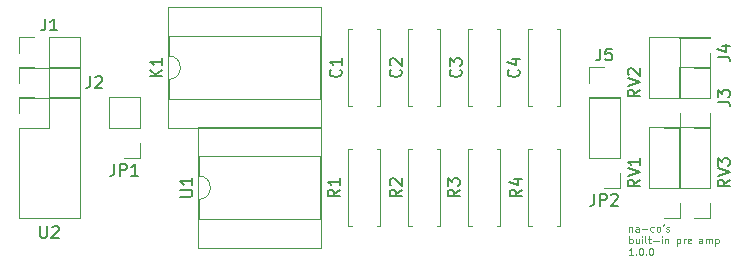
<source format=gbr>
G04 #@! TF.GenerationSoftware,KiCad,Pcbnew,5.1.5-52549c5~84~ubuntu18.04.1*
G04 #@! TF.CreationDate,2020-02-01T12:36:08+09:00*
G04 #@! TF.ProjectId,builtin,6275696c-7469-46e2-9e6b-696361645f70,rev?*
G04 #@! TF.SameCoordinates,Original*
G04 #@! TF.FileFunction,Legend,Top*
G04 #@! TF.FilePolarity,Positive*
%FSLAX46Y46*%
G04 Gerber Fmt 4.6, Leading zero omitted, Abs format (unit mm)*
G04 Created by KiCad (PCBNEW 5.1.5-52549c5~84~ubuntu18.04.1) date 2020-02-01 12:36:08*
%MOMM*%
%LPD*%
G04 APERTURE LIST*
%ADD10C,0.100000*%
%ADD11C,0.120000*%
%ADD12C,0.150000*%
G04 APERTURE END LIST*
D10*
X54182857Y-19826428D02*
X54182857Y-20226428D01*
X54182857Y-19883571D02*
X54211428Y-19855000D01*
X54268571Y-19826428D01*
X54354285Y-19826428D01*
X54411428Y-19855000D01*
X54440000Y-19912142D01*
X54440000Y-20226428D01*
X54982857Y-20226428D02*
X54982857Y-19912142D01*
X54954285Y-19855000D01*
X54897142Y-19826428D01*
X54782857Y-19826428D01*
X54725714Y-19855000D01*
X54982857Y-20197857D02*
X54925714Y-20226428D01*
X54782857Y-20226428D01*
X54725714Y-20197857D01*
X54697142Y-20140714D01*
X54697142Y-20083571D01*
X54725714Y-20026428D01*
X54782857Y-19997857D01*
X54925714Y-19997857D01*
X54982857Y-19969285D01*
X55268571Y-19997857D02*
X55725714Y-19997857D01*
X56268571Y-20197857D02*
X56211428Y-20226428D01*
X56097142Y-20226428D01*
X56040000Y-20197857D01*
X56011428Y-20169285D01*
X55982857Y-20112142D01*
X55982857Y-19940714D01*
X56011428Y-19883571D01*
X56040000Y-19855000D01*
X56097142Y-19826428D01*
X56211428Y-19826428D01*
X56268571Y-19855000D01*
X56611428Y-20226428D02*
X56554285Y-20197857D01*
X56525714Y-20169285D01*
X56497142Y-20112142D01*
X56497142Y-19940714D01*
X56525714Y-19883571D01*
X56554285Y-19855000D01*
X56611428Y-19826428D01*
X56697142Y-19826428D01*
X56754285Y-19855000D01*
X56782857Y-19883571D01*
X56811428Y-19940714D01*
X56811428Y-20112142D01*
X56782857Y-20169285D01*
X56754285Y-20197857D01*
X56697142Y-20226428D01*
X56611428Y-20226428D01*
X57097142Y-19626428D02*
X57040000Y-19740714D01*
X57325714Y-20197857D02*
X57382857Y-20226428D01*
X57497142Y-20226428D01*
X57554285Y-20197857D01*
X57582857Y-20140714D01*
X57582857Y-20112142D01*
X57554285Y-20055000D01*
X57497142Y-20026428D01*
X57411428Y-20026428D01*
X57354285Y-19997857D01*
X57325714Y-19940714D01*
X57325714Y-19912142D01*
X57354285Y-19855000D01*
X57411428Y-19826428D01*
X57497142Y-19826428D01*
X57554285Y-19855000D01*
X54182857Y-21226428D02*
X54182857Y-20626428D01*
X54182857Y-20855000D02*
X54240000Y-20826428D01*
X54354285Y-20826428D01*
X54411428Y-20855000D01*
X54440000Y-20883571D01*
X54468571Y-20940714D01*
X54468571Y-21112142D01*
X54440000Y-21169285D01*
X54411428Y-21197857D01*
X54354285Y-21226428D01*
X54240000Y-21226428D01*
X54182857Y-21197857D01*
X54982857Y-20826428D02*
X54982857Y-21226428D01*
X54725714Y-20826428D02*
X54725714Y-21140714D01*
X54754285Y-21197857D01*
X54811428Y-21226428D01*
X54897142Y-21226428D01*
X54954285Y-21197857D01*
X54982857Y-21169285D01*
X55268571Y-21226428D02*
X55268571Y-20826428D01*
X55268571Y-20626428D02*
X55240000Y-20655000D01*
X55268571Y-20683571D01*
X55297142Y-20655000D01*
X55268571Y-20626428D01*
X55268571Y-20683571D01*
X55640000Y-21226428D02*
X55582857Y-21197857D01*
X55554285Y-21140714D01*
X55554285Y-20626428D01*
X55782857Y-20826428D02*
X56011428Y-20826428D01*
X55868571Y-20626428D02*
X55868571Y-21140714D01*
X55897142Y-21197857D01*
X55954285Y-21226428D01*
X56011428Y-21226428D01*
X56211428Y-20997857D02*
X56668571Y-20997857D01*
X56954285Y-21226428D02*
X56954285Y-20826428D01*
X56954285Y-20626428D02*
X56925714Y-20655000D01*
X56954285Y-20683571D01*
X56982857Y-20655000D01*
X56954285Y-20626428D01*
X56954285Y-20683571D01*
X57240000Y-20826428D02*
X57240000Y-21226428D01*
X57240000Y-20883571D02*
X57268571Y-20855000D01*
X57325714Y-20826428D01*
X57411428Y-20826428D01*
X57468571Y-20855000D01*
X57497142Y-20912142D01*
X57497142Y-21226428D01*
X58240000Y-20826428D02*
X58240000Y-21426428D01*
X58240000Y-20855000D02*
X58297142Y-20826428D01*
X58411428Y-20826428D01*
X58468571Y-20855000D01*
X58497142Y-20883571D01*
X58525714Y-20940714D01*
X58525714Y-21112142D01*
X58497142Y-21169285D01*
X58468571Y-21197857D01*
X58411428Y-21226428D01*
X58297142Y-21226428D01*
X58240000Y-21197857D01*
X58782857Y-21226428D02*
X58782857Y-20826428D01*
X58782857Y-20940714D02*
X58811428Y-20883571D01*
X58840000Y-20855000D01*
X58897142Y-20826428D01*
X58954285Y-20826428D01*
X59382857Y-21197857D02*
X59325714Y-21226428D01*
X59211428Y-21226428D01*
X59154285Y-21197857D01*
X59125714Y-21140714D01*
X59125714Y-20912142D01*
X59154285Y-20855000D01*
X59211428Y-20826428D01*
X59325714Y-20826428D01*
X59382857Y-20855000D01*
X59411428Y-20912142D01*
X59411428Y-20969285D01*
X59125714Y-21026428D01*
X60382857Y-21226428D02*
X60382857Y-20912142D01*
X60354285Y-20855000D01*
X60297142Y-20826428D01*
X60182857Y-20826428D01*
X60125714Y-20855000D01*
X60382857Y-21197857D02*
X60325714Y-21226428D01*
X60182857Y-21226428D01*
X60125714Y-21197857D01*
X60097142Y-21140714D01*
X60097142Y-21083571D01*
X60125714Y-21026428D01*
X60182857Y-20997857D01*
X60325714Y-20997857D01*
X60382857Y-20969285D01*
X60668571Y-21226428D02*
X60668571Y-20826428D01*
X60668571Y-20883571D02*
X60697142Y-20855000D01*
X60754285Y-20826428D01*
X60840000Y-20826428D01*
X60897142Y-20855000D01*
X60925714Y-20912142D01*
X60925714Y-21226428D01*
X60925714Y-20912142D02*
X60954285Y-20855000D01*
X61011428Y-20826428D01*
X61097142Y-20826428D01*
X61154285Y-20855000D01*
X61182857Y-20912142D01*
X61182857Y-21226428D01*
X61468571Y-20826428D02*
X61468571Y-21426428D01*
X61468571Y-20855000D02*
X61525714Y-20826428D01*
X61640000Y-20826428D01*
X61697142Y-20855000D01*
X61725714Y-20883571D01*
X61754285Y-20940714D01*
X61754285Y-21112142D01*
X61725714Y-21169285D01*
X61697142Y-21197857D01*
X61640000Y-21226428D01*
X61525714Y-21226428D01*
X61468571Y-21197857D01*
X54497142Y-22226428D02*
X54154285Y-22226428D01*
X54325714Y-22226428D02*
X54325714Y-21626428D01*
X54268571Y-21712142D01*
X54211428Y-21769285D01*
X54154285Y-21797857D01*
X54754285Y-22169285D02*
X54782857Y-22197857D01*
X54754285Y-22226428D01*
X54725714Y-22197857D01*
X54754285Y-22169285D01*
X54754285Y-22226428D01*
X55154285Y-21626428D02*
X55211428Y-21626428D01*
X55268571Y-21655000D01*
X55297142Y-21683571D01*
X55325714Y-21740714D01*
X55354285Y-21855000D01*
X55354285Y-21997857D01*
X55325714Y-22112142D01*
X55297142Y-22169285D01*
X55268571Y-22197857D01*
X55211428Y-22226428D01*
X55154285Y-22226428D01*
X55097142Y-22197857D01*
X55068571Y-22169285D01*
X55040000Y-22112142D01*
X55011428Y-21997857D01*
X55011428Y-21855000D01*
X55040000Y-21740714D01*
X55068571Y-21683571D01*
X55097142Y-21655000D01*
X55154285Y-21626428D01*
X55611428Y-22169285D02*
X55640000Y-22197857D01*
X55611428Y-22226428D01*
X55582857Y-22197857D01*
X55611428Y-22169285D01*
X55611428Y-22226428D01*
X56011428Y-21626428D02*
X56068571Y-21626428D01*
X56125714Y-21655000D01*
X56154285Y-21683571D01*
X56182857Y-21740714D01*
X56211428Y-21855000D01*
X56211428Y-21997857D01*
X56182857Y-22112142D01*
X56154285Y-22169285D01*
X56125714Y-22197857D01*
X56068571Y-22226428D01*
X56011428Y-22226428D01*
X55954285Y-22197857D01*
X55925714Y-22169285D01*
X55897142Y-22112142D01*
X55868571Y-21997857D01*
X55868571Y-21855000D01*
X55897142Y-21740714D01*
X55925714Y-21683571D01*
X55954285Y-21655000D01*
X56011428Y-21626428D01*
D11*
X45620000Y-9620000D02*
X45950000Y-9620000D01*
X45620000Y-3080000D02*
X45620000Y-9620000D01*
X45950000Y-3080000D02*
X45620000Y-3080000D01*
X48360000Y-9620000D02*
X48030000Y-9620000D01*
X48360000Y-3080000D02*
X48360000Y-9620000D01*
X48030000Y-3080000D02*
X48360000Y-3080000D01*
X50740000Y-6290000D02*
X52070000Y-6290000D01*
X50740000Y-7620000D02*
X50740000Y-6290000D01*
X50740000Y-8890000D02*
X53400000Y-8890000D01*
X53400000Y-8890000D02*
X53400000Y-8950000D01*
X50740000Y-8890000D02*
X50740000Y-8950000D01*
X50740000Y-8950000D02*
X53400000Y-8950000D01*
X48360000Y-13240000D02*
X48030000Y-13240000D01*
X48360000Y-19780000D02*
X48360000Y-13240000D01*
X48030000Y-19780000D02*
X48360000Y-19780000D01*
X45620000Y-13240000D02*
X45950000Y-13240000D01*
X45620000Y-19780000D02*
X45620000Y-13240000D01*
X45950000Y-19780000D02*
X45620000Y-19780000D01*
X61020000Y-11490000D02*
X59690000Y-11490000D01*
X61020000Y-10160000D02*
X61020000Y-11490000D01*
X61020000Y-8890000D02*
X58360000Y-8890000D01*
X58360000Y-8890000D02*
X58360000Y-6290000D01*
X61020000Y-8890000D02*
X61020000Y-6290000D01*
X61020000Y-6290000D02*
X58360000Y-6290000D01*
X33120000Y-3080000D02*
X32790000Y-3080000D01*
X33120000Y-9620000D02*
X33120000Y-3080000D01*
X32790000Y-9620000D02*
X33120000Y-9620000D01*
X30380000Y-3080000D02*
X30710000Y-3080000D01*
X30380000Y-9620000D02*
X30380000Y-3080000D01*
X30710000Y-9620000D02*
X30380000Y-9620000D01*
X35790000Y-9620000D02*
X35460000Y-9620000D01*
X35460000Y-9620000D02*
X35460000Y-3080000D01*
X35460000Y-3080000D02*
X35790000Y-3080000D01*
X37870000Y-9620000D02*
X38200000Y-9620000D01*
X38200000Y-9620000D02*
X38200000Y-3080000D01*
X38200000Y-3080000D02*
X37870000Y-3080000D01*
X43280000Y-3080000D02*
X42950000Y-3080000D01*
X43280000Y-9620000D02*
X43280000Y-3080000D01*
X42950000Y-9620000D02*
X43280000Y-9620000D01*
X40540000Y-3080000D02*
X40870000Y-3080000D01*
X40540000Y-9620000D02*
X40540000Y-3080000D01*
X40870000Y-9620000D02*
X40540000Y-9620000D01*
X2480000Y-6410000D02*
X7680000Y-6410000D01*
X2480000Y-6350000D02*
X2480000Y-6410000D01*
X7680000Y-3750000D02*
X7680000Y-6410000D01*
X2480000Y-6350000D02*
X5080000Y-6350000D01*
X5080000Y-6350000D02*
X5080000Y-3750000D01*
X5080000Y-3750000D02*
X7680000Y-3750000D01*
X2480000Y-5080000D02*
X2480000Y-3750000D01*
X2480000Y-3750000D02*
X3810000Y-3750000D01*
X2480000Y-8950000D02*
X7680000Y-8950000D01*
X2480000Y-8890000D02*
X2480000Y-8950000D01*
X7680000Y-6290000D02*
X7680000Y-8950000D01*
X2480000Y-8890000D02*
X5080000Y-8890000D01*
X5080000Y-8890000D02*
X5080000Y-6290000D01*
X5080000Y-6290000D02*
X7680000Y-6290000D01*
X2480000Y-7620000D02*
X2480000Y-6290000D01*
X2480000Y-6290000D02*
X3810000Y-6290000D01*
X61020000Y-3750000D02*
X58360000Y-3750000D01*
X61020000Y-3810000D02*
X61020000Y-3750000D01*
X58360000Y-3810000D02*
X58360000Y-3750000D01*
X61020000Y-3810000D02*
X58360000Y-3810000D01*
X61020000Y-5080000D02*
X61020000Y-6410000D01*
X61020000Y-6410000D02*
X59690000Y-6410000D01*
X32790000Y-13240000D02*
X33120000Y-13240000D01*
X33120000Y-13240000D02*
X33120000Y-19780000D01*
X33120000Y-19780000D02*
X32790000Y-19780000D01*
X30710000Y-13240000D02*
X30380000Y-13240000D01*
X30380000Y-13240000D02*
X30380000Y-19780000D01*
X30380000Y-19780000D02*
X30710000Y-19780000D01*
X35790000Y-19780000D02*
X35460000Y-19780000D01*
X35460000Y-19780000D02*
X35460000Y-13240000D01*
X35460000Y-13240000D02*
X35790000Y-13240000D01*
X37870000Y-19780000D02*
X38200000Y-19780000D01*
X38200000Y-19780000D02*
X38200000Y-13240000D01*
X38200000Y-13240000D02*
X37870000Y-13240000D01*
X42950000Y-13240000D02*
X43280000Y-13240000D01*
X43280000Y-13240000D02*
X43280000Y-19780000D01*
X43280000Y-19780000D02*
X42950000Y-19780000D01*
X40870000Y-13240000D02*
X40540000Y-13240000D01*
X40540000Y-13240000D02*
X40540000Y-19780000D01*
X40540000Y-19780000D02*
X40870000Y-19780000D01*
X58480000Y-11370000D02*
X55820000Y-11370000D01*
X58480000Y-16510000D02*
X58480000Y-11370000D01*
X55820000Y-16510000D02*
X55820000Y-11370000D01*
X58480000Y-16510000D02*
X55820000Y-16510000D01*
X58480000Y-17780000D02*
X58480000Y-19110000D01*
X58480000Y-19110000D02*
X57150000Y-19110000D01*
X58480000Y-11490000D02*
X57150000Y-11490000D01*
X58480000Y-10160000D02*
X58480000Y-11490000D01*
X58480000Y-8890000D02*
X55820000Y-8890000D01*
X55820000Y-8890000D02*
X55820000Y-3750000D01*
X58480000Y-8890000D02*
X58480000Y-3750000D01*
X58480000Y-3750000D02*
X55820000Y-3750000D01*
X61020000Y-19110000D02*
X59690000Y-19110000D01*
X61020000Y-17780000D02*
X61020000Y-19110000D01*
X61020000Y-16510000D02*
X58360000Y-16510000D01*
X58360000Y-16510000D02*
X58360000Y-11370000D01*
X61020000Y-16510000D02*
X61020000Y-11370000D01*
X61020000Y-11370000D02*
X58360000Y-11370000D01*
X17720000Y-15510000D02*
G75*
G02X17720000Y-17510000I0J-1000000D01*
G01*
X17720000Y-17510000D02*
X17720000Y-19160000D01*
X17720000Y-19160000D02*
X28000000Y-19160000D01*
X28000000Y-19160000D02*
X28000000Y-13860000D01*
X28000000Y-13860000D02*
X17720000Y-13860000D01*
X17720000Y-13860000D02*
X17720000Y-15510000D01*
X17660000Y-21650000D02*
X28060000Y-21650000D01*
X28060000Y-21650000D02*
X28060000Y-11370000D01*
X28060000Y-11370000D02*
X17660000Y-11370000D01*
X17660000Y-11370000D02*
X17660000Y-21650000D01*
X2480000Y-19110000D02*
X7680000Y-19110000D01*
X2480000Y-11430000D02*
X2480000Y-19110000D01*
X7680000Y-8830000D02*
X7680000Y-19110000D01*
X2480000Y-11430000D02*
X5080000Y-11430000D01*
X5080000Y-11430000D02*
X5080000Y-8830000D01*
X5080000Y-8830000D02*
X7680000Y-8830000D01*
X2480000Y-10160000D02*
X2480000Y-8830000D01*
X2480000Y-8830000D02*
X3810000Y-8830000D01*
X12760000Y-14030000D02*
X11430000Y-14030000D01*
X12760000Y-12700000D02*
X12760000Y-14030000D01*
X12760000Y-11430000D02*
X10100000Y-11430000D01*
X10100000Y-11430000D02*
X10100000Y-8830000D01*
X12760000Y-11430000D02*
X12760000Y-8830000D01*
X12760000Y-8830000D02*
X10100000Y-8830000D01*
X53400000Y-16570000D02*
X52070000Y-16570000D01*
X53400000Y-15240000D02*
X53400000Y-16570000D01*
X53400000Y-13970000D02*
X50740000Y-13970000D01*
X50740000Y-13970000D02*
X50740000Y-8830000D01*
X53400000Y-13970000D02*
X53400000Y-8830000D01*
X53400000Y-8830000D02*
X50740000Y-8830000D01*
X15120000Y-1210000D02*
X15120000Y-11490000D01*
X28060000Y-1210000D02*
X15120000Y-1210000D01*
X28060000Y-11490000D02*
X28060000Y-1210000D01*
X15120000Y-11490000D02*
X28060000Y-11490000D01*
X15180000Y-3700000D02*
X15180000Y-5350000D01*
X28000000Y-3700000D02*
X15180000Y-3700000D01*
X28000000Y-9000000D02*
X28000000Y-3700000D01*
X15180000Y-9000000D02*
X28000000Y-9000000D01*
X15180000Y-7350000D02*
X15180000Y-9000000D01*
X15180000Y-5350000D02*
G75*
G02X15180000Y-7350000I0J-1000000D01*
G01*
D12*
X44807142Y-6516666D02*
X44854761Y-6564285D01*
X44902380Y-6707142D01*
X44902380Y-6802380D01*
X44854761Y-6945238D01*
X44759523Y-7040476D01*
X44664285Y-7088095D01*
X44473809Y-7135714D01*
X44330952Y-7135714D01*
X44140476Y-7088095D01*
X44045238Y-7040476D01*
X43950000Y-6945238D01*
X43902380Y-6802380D01*
X43902380Y-6707142D01*
X43950000Y-6564285D01*
X43997619Y-6516666D01*
X44235714Y-5659523D02*
X44902380Y-5659523D01*
X43854761Y-5897619D02*
X44569047Y-6135714D01*
X44569047Y-5516666D01*
X51736666Y-4742380D02*
X51736666Y-5456666D01*
X51689047Y-5599523D01*
X51593809Y-5694761D01*
X51450952Y-5742380D01*
X51355714Y-5742380D01*
X52689047Y-4742380D02*
X52212857Y-4742380D01*
X52165238Y-5218571D01*
X52212857Y-5170952D01*
X52308095Y-5123333D01*
X52546190Y-5123333D01*
X52641428Y-5170952D01*
X52689047Y-5218571D01*
X52736666Y-5313809D01*
X52736666Y-5551904D01*
X52689047Y-5647142D01*
X52641428Y-5694761D01*
X52546190Y-5742380D01*
X52308095Y-5742380D01*
X52212857Y-5694761D01*
X52165238Y-5647142D01*
X45072380Y-16676666D02*
X44596190Y-17010000D01*
X45072380Y-17248095D02*
X44072380Y-17248095D01*
X44072380Y-16867142D01*
X44120000Y-16771904D01*
X44167619Y-16724285D01*
X44262857Y-16676666D01*
X44405714Y-16676666D01*
X44500952Y-16724285D01*
X44548571Y-16771904D01*
X44596190Y-16867142D01*
X44596190Y-17248095D01*
X44405714Y-15819523D02*
X45072380Y-15819523D01*
X44024761Y-16057619D02*
X44739047Y-16295714D01*
X44739047Y-15676666D01*
X61682380Y-9223333D02*
X62396666Y-9223333D01*
X62539523Y-9270952D01*
X62634761Y-9366190D01*
X62682380Y-9509047D01*
X62682380Y-9604285D01*
X61682380Y-8842380D02*
X61682380Y-8223333D01*
X62063333Y-8556666D01*
X62063333Y-8413809D01*
X62110952Y-8318571D01*
X62158571Y-8270952D01*
X62253809Y-8223333D01*
X62491904Y-8223333D01*
X62587142Y-8270952D01*
X62634761Y-8318571D01*
X62682380Y-8413809D01*
X62682380Y-8699523D01*
X62634761Y-8794761D01*
X62587142Y-8842380D01*
X29737142Y-6516666D02*
X29784761Y-6564285D01*
X29832380Y-6707142D01*
X29832380Y-6802380D01*
X29784761Y-6945238D01*
X29689523Y-7040476D01*
X29594285Y-7088095D01*
X29403809Y-7135714D01*
X29260952Y-7135714D01*
X29070476Y-7088095D01*
X28975238Y-7040476D01*
X28880000Y-6945238D01*
X28832380Y-6802380D01*
X28832380Y-6707142D01*
X28880000Y-6564285D01*
X28927619Y-6516666D01*
X29832380Y-5564285D02*
X29832380Y-6135714D01*
X29832380Y-5850000D02*
X28832380Y-5850000D01*
X28975238Y-5945238D01*
X29070476Y-6040476D01*
X29118095Y-6135714D01*
X34817142Y-6516666D02*
X34864761Y-6564285D01*
X34912380Y-6707142D01*
X34912380Y-6802380D01*
X34864761Y-6945238D01*
X34769523Y-7040476D01*
X34674285Y-7088095D01*
X34483809Y-7135714D01*
X34340952Y-7135714D01*
X34150476Y-7088095D01*
X34055238Y-7040476D01*
X33960000Y-6945238D01*
X33912380Y-6802380D01*
X33912380Y-6707142D01*
X33960000Y-6564285D01*
X34007619Y-6516666D01*
X34007619Y-6135714D02*
X33960000Y-6088095D01*
X33912380Y-5992857D01*
X33912380Y-5754761D01*
X33960000Y-5659523D01*
X34007619Y-5611904D01*
X34102857Y-5564285D01*
X34198095Y-5564285D01*
X34340952Y-5611904D01*
X34912380Y-6183333D01*
X34912380Y-5564285D01*
X39897142Y-6516666D02*
X39944761Y-6564285D01*
X39992380Y-6707142D01*
X39992380Y-6802380D01*
X39944761Y-6945238D01*
X39849523Y-7040476D01*
X39754285Y-7088095D01*
X39563809Y-7135714D01*
X39420952Y-7135714D01*
X39230476Y-7088095D01*
X39135238Y-7040476D01*
X39040000Y-6945238D01*
X38992380Y-6802380D01*
X38992380Y-6707142D01*
X39040000Y-6564285D01*
X39087619Y-6516666D01*
X38992380Y-6183333D02*
X38992380Y-5564285D01*
X39373333Y-5897619D01*
X39373333Y-5754761D01*
X39420952Y-5659523D01*
X39468571Y-5611904D01*
X39563809Y-5564285D01*
X39801904Y-5564285D01*
X39897142Y-5611904D01*
X39944761Y-5659523D01*
X39992380Y-5754761D01*
X39992380Y-6040476D01*
X39944761Y-6135714D01*
X39897142Y-6183333D01*
X4746666Y-2202380D02*
X4746666Y-2916666D01*
X4699047Y-3059523D01*
X4603809Y-3154761D01*
X4460952Y-3202380D01*
X4365714Y-3202380D01*
X5746666Y-3202380D02*
X5175238Y-3202380D01*
X5460952Y-3202380D02*
X5460952Y-2202380D01*
X5365714Y-2345238D01*
X5270476Y-2440476D01*
X5175238Y-2488095D01*
X8556666Y-7072380D02*
X8556666Y-7786666D01*
X8509047Y-7929523D01*
X8413809Y-8024761D01*
X8270952Y-8072380D01*
X8175714Y-8072380D01*
X8985238Y-7167619D02*
X9032857Y-7120000D01*
X9128095Y-7072380D01*
X9366190Y-7072380D01*
X9461428Y-7120000D01*
X9509047Y-7167619D01*
X9556666Y-7262857D01*
X9556666Y-7358095D01*
X9509047Y-7500952D01*
X8937619Y-8072380D01*
X9556666Y-8072380D01*
X61682380Y-5413333D02*
X62396666Y-5413333D01*
X62539523Y-5460952D01*
X62634761Y-5556190D01*
X62682380Y-5699047D01*
X62682380Y-5794285D01*
X62015714Y-4508571D02*
X62682380Y-4508571D01*
X61634761Y-4746666D02*
X62349047Y-4984761D01*
X62349047Y-4365714D01*
X29662380Y-16676666D02*
X29186190Y-17010000D01*
X29662380Y-17248095D02*
X28662380Y-17248095D01*
X28662380Y-16867142D01*
X28710000Y-16771904D01*
X28757619Y-16724285D01*
X28852857Y-16676666D01*
X28995714Y-16676666D01*
X29090952Y-16724285D01*
X29138571Y-16771904D01*
X29186190Y-16867142D01*
X29186190Y-17248095D01*
X29662380Y-15724285D02*
X29662380Y-16295714D01*
X29662380Y-16010000D02*
X28662380Y-16010000D01*
X28805238Y-16105238D01*
X28900476Y-16200476D01*
X28948095Y-16295714D01*
X34912380Y-16676666D02*
X34436190Y-17010000D01*
X34912380Y-17248095D02*
X33912380Y-17248095D01*
X33912380Y-16867142D01*
X33960000Y-16771904D01*
X34007619Y-16724285D01*
X34102857Y-16676666D01*
X34245714Y-16676666D01*
X34340952Y-16724285D01*
X34388571Y-16771904D01*
X34436190Y-16867142D01*
X34436190Y-17248095D01*
X34007619Y-16295714D02*
X33960000Y-16248095D01*
X33912380Y-16152857D01*
X33912380Y-15914761D01*
X33960000Y-15819523D01*
X34007619Y-15771904D01*
X34102857Y-15724285D01*
X34198095Y-15724285D01*
X34340952Y-15771904D01*
X34912380Y-16343333D01*
X34912380Y-15724285D01*
X39822380Y-16676666D02*
X39346190Y-17010000D01*
X39822380Y-17248095D02*
X38822380Y-17248095D01*
X38822380Y-16867142D01*
X38870000Y-16771904D01*
X38917619Y-16724285D01*
X39012857Y-16676666D01*
X39155714Y-16676666D01*
X39250952Y-16724285D01*
X39298571Y-16771904D01*
X39346190Y-16867142D01*
X39346190Y-17248095D01*
X38822380Y-16343333D02*
X38822380Y-15724285D01*
X39203333Y-16057619D01*
X39203333Y-15914761D01*
X39250952Y-15819523D01*
X39298571Y-15771904D01*
X39393809Y-15724285D01*
X39631904Y-15724285D01*
X39727142Y-15771904D01*
X39774761Y-15819523D01*
X39822380Y-15914761D01*
X39822380Y-16200476D01*
X39774761Y-16295714D01*
X39727142Y-16343333D01*
X55062380Y-15835238D02*
X54586190Y-16168571D01*
X55062380Y-16406666D02*
X54062380Y-16406666D01*
X54062380Y-16025714D01*
X54110000Y-15930476D01*
X54157619Y-15882857D01*
X54252857Y-15835238D01*
X54395714Y-15835238D01*
X54490952Y-15882857D01*
X54538571Y-15930476D01*
X54586190Y-16025714D01*
X54586190Y-16406666D01*
X54062380Y-15549523D02*
X55062380Y-15216190D01*
X54062380Y-14882857D01*
X55062380Y-14025714D02*
X55062380Y-14597142D01*
X55062380Y-14311428D02*
X54062380Y-14311428D01*
X54205238Y-14406666D01*
X54300476Y-14501904D01*
X54348095Y-14597142D01*
X55062380Y-8215238D02*
X54586190Y-8548571D01*
X55062380Y-8786666D02*
X54062380Y-8786666D01*
X54062380Y-8405714D01*
X54110000Y-8310476D01*
X54157619Y-8262857D01*
X54252857Y-8215238D01*
X54395714Y-8215238D01*
X54490952Y-8262857D01*
X54538571Y-8310476D01*
X54586190Y-8405714D01*
X54586190Y-8786666D01*
X54062380Y-7929523D02*
X55062380Y-7596190D01*
X54062380Y-7262857D01*
X54157619Y-6977142D02*
X54110000Y-6929523D01*
X54062380Y-6834285D01*
X54062380Y-6596190D01*
X54110000Y-6500952D01*
X54157619Y-6453333D01*
X54252857Y-6405714D01*
X54348095Y-6405714D01*
X54490952Y-6453333D01*
X55062380Y-7024761D01*
X55062380Y-6405714D01*
X62682380Y-15835238D02*
X62206190Y-16168571D01*
X62682380Y-16406666D02*
X61682380Y-16406666D01*
X61682380Y-16025714D01*
X61730000Y-15930476D01*
X61777619Y-15882857D01*
X61872857Y-15835238D01*
X62015714Y-15835238D01*
X62110952Y-15882857D01*
X62158571Y-15930476D01*
X62206190Y-16025714D01*
X62206190Y-16406666D01*
X61682380Y-15549523D02*
X62682380Y-15216190D01*
X61682380Y-14882857D01*
X61682380Y-14644761D02*
X61682380Y-14025714D01*
X62063333Y-14359047D01*
X62063333Y-14216190D01*
X62110952Y-14120952D01*
X62158571Y-14073333D01*
X62253809Y-14025714D01*
X62491904Y-14025714D01*
X62587142Y-14073333D01*
X62634761Y-14120952D01*
X62682380Y-14216190D01*
X62682380Y-14501904D01*
X62634761Y-14597142D01*
X62587142Y-14644761D01*
X16172380Y-17271904D02*
X16981904Y-17271904D01*
X17077142Y-17224285D01*
X17124761Y-17176666D01*
X17172380Y-17081428D01*
X17172380Y-16890952D01*
X17124761Y-16795714D01*
X17077142Y-16748095D01*
X16981904Y-16700476D01*
X16172380Y-16700476D01*
X17172380Y-15700476D02*
X17172380Y-16271904D01*
X17172380Y-15986190D02*
X16172380Y-15986190D01*
X16315238Y-16081428D01*
X16410476Y-16176666D01*
X16458095Y-16271904D01*
X4318095Y-19772380D02*
X4318095Y-20581904D01*
X4365714Y-20677142D01*
X4413333Y-20724761D01*
X4508571Y-20772380D01*
X4699047Y-20772380D01*
X4794285Y-20724761D01*
X4841904Y-20677142D01*
X4889523Y-20581904D01*
X4889523Y-19772380D01*
X5318095Y-19867619D02*
X5365714Y-19820000D01*
X5460952Y-19772380D01*
X5699047Y-19772380D01*
X5794285Y-19820000D01*
X5841904Y-19867619D01*
X5889523Y-19962857D01*
X5889523Y-20058095D01*
X5841904Y-20200952D01*
X5270476Y-20772380D01*
X5889523Y-20772380D01*
X10596666Y-14482380D02*
X10596666Y-15196666D01*
X10549047Y-15339523D01*
X10453809Y-15434761D01*
X10310952Y-15482380D01*
X10215714Y-15482380D01*
X11072857Y-15482380D02*
X11072857Y-14482380D01*
X11453809Y-14482380D01*
X11549047Y-14530000D01*
X11596666Y-14577619D01*
X11644285Y-14672857D01*
X11644285Y-14815714D01*
X11596666Y-14910952D01*
X11549047Y-14958571D01*
X11453809Y-15006190D01*
X11072857Y-15006190D01*
X12596666Y-15482380D02*
X12025238Y-15482380D01*
X12310952Y-15482380D02*
X12310952Y-14482380D01*
X12215714Y-14625238D01*
X12120476Y-14720476D01*
X12025238Y-14768095D01*
X51236666Y-17022380D02*
X51236666Y-17736666D01*
X51189047Y-17879523D01*
X51093809Y-17974761D01*
X50950952Y-18022380D01*
X50855714Y-18022380D01*
X51712857Y-18022380D02*
X51712857Y-17022380D01*
X52093809Y-17022380D01*
X52189047Y-17070000D01*
X52236666Y-17117619D01*
X52284285Y-17212857D01*
X52284285Y-17355714D01*
X52236666Y-17450952D01*
X52189047Y-17498571D01*
X52093809Y-17546190D01*
X51712857Y-17546190D01*
X52665238Y-17117619D02*
X52712857Y-17070000D01*
X52808095Y-17022380D01*
X53046190Y-17022380D01*
X53141428Y-17070000D01*
X53189047Y-17117619D01*
X53236666Y-17212857D01*
X53236666Y-17308095D01*
X53189047Y-17450952D01*
X52617619Y-18022380D01*
X53236666Y-18022380D01*
X14632380Y-7088095D02*
X13632380Y-7088095D01*
X14632380Y-6516666D02*
X14060952Y-6945238D01*
X13632380Y-6516666D02*
X14203809Y-7088095D01*
X14632380Y-5564285D02*
X14632380Y-6135714D01*
X14632380Y-5850000D02*
X13632380Y-5850000D01*
X13775238Y-5945238D01*
X13870476Y-6040476D01*
X13918095Y-6135714D01*
M02*

</source>
